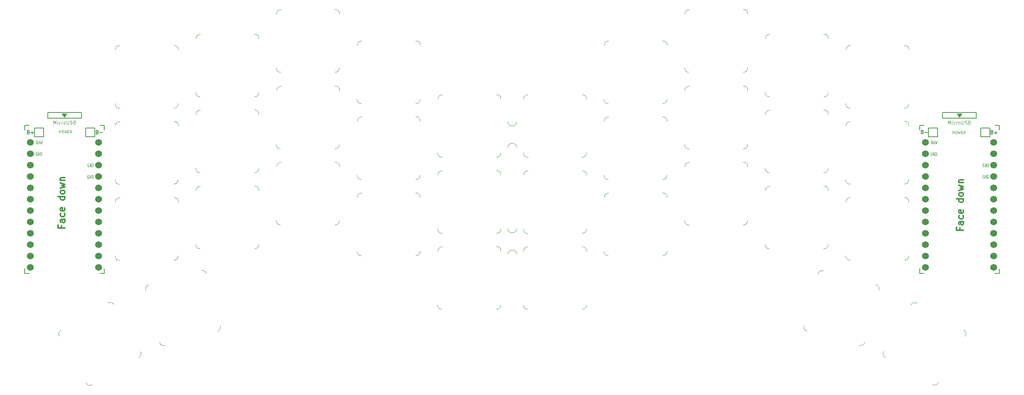
<source format=gto>
%TF.GenerationSoftware,KiCad,Pcbnew,(6.0.7-1)-1*%
%TF.CreationDate,2022-10-21T08:25:24+02:00*%
%TF.ProjectId,sweepbling-lp__pcb,73776565-7062-46c6-996e-672d6c705f5f,rev?*%
%TF.SameCoordinates,Original*%
%TF.FileFunction,Legend,Top*%
%TF.FilePolarity,Positive*%
%FSLAX46Y46*%
G04 Gerber Fmt 4.6, Leading zero omitted, Abs format (unit mm)*
G04 Created by KiCad (PCBNEW (6.0.7-1)-1) date 2022-10-21 08:25:24*
%MOMM*%
%LPD*%
G01*
G04 APERTURE LIST*
%ADD10C,0.300000*%
%ADD11C,0.150000*%
%ADD12C,0.120000*%
%ADD13C,0.125000*%
%ADD14C,0.100000*%
%ADD15C,1.524000*%
%ADD16C,1.397000*%
%ADD17C,3.050000*%
%ADD18C,1.800000*%
%ADD19C,1.300000*%
%ADD20C,3.400000*%
%ADD21C,0.500000*%
%ADD22C,2.200000*%
%ADD23C,1.000000*%
G04 APERTURE END LIST*
D10*
X230270857Y-72198857D02*
X230270857Y-72698857D01*
X231056571Y-72698857D02*
X229556571Y-72698857D01*
X229556571Y-71984571D01*
X231056571Y-70770285D02*
X230270857Y-70770285D01*
X230128000Y-70841714D01*
X230056571Y-70984571D01*
X230056571Y-71270285D01*
X230128000Y-71413142D01*
X230985142Y-70770285D02*
X231056571Y-70913142D01*
X231056571Y-71270285D01*
X230985142Y-71413142D01*
X230842285Y-71484571D01*
X230699428Y-71484571D01*
X230556571Y-71413142D01*
X230485142Y-71270285D01*
X230485142Y-70913142D01*
X230413714Y-70770285D01*
X230985142Y-69413142D02*
X231056571Y-69556000D01*
X231056571Y-69841714D01*
X230985142Y-69984571D01*
X230913714Y-70056000D01*
X230770857Y-70127428D01*
X230342285Y-70127428D01*
X230199428Y-70056000D01*
X230128000Y-69984571D01*
X230056571Y-69841714D01*
X230056571Y-69556000D01*
X230128000Y-69413142D01*
X230985142Y-68198857D02*
X231056571Y-68341714D01*
X231056571Y-68627428D01*
X230985142Y-68770285D01*
X230842285Y-68841714D01*
X230270857Y-68841714D01*
X230128000Y-68770285D01*
X230056571Y-68627428D01*
X230056571Y-68341714D01*
X230128000Y-68198857D01*
X230270857Y-68127428D01*
X230413714Y-68127428D01*
X230556571Y-68841714D01*
X231056571Y-65698857D02*
X229556571Y-65698857D01*
X230985142Y-65698857D02*
X231056571Y-65841714D01*
X231056571Y-66127428D01*
X230985142Y-66270285D01*
X230913714Y-66341714D01*
X230770857Y-66413142D01*
X230342285Y-66413142D01*
X230199428Y-66341714D01*
X230128000Y-66270285D01*
X230056571Y-66127428D01*
X230056571Y-65841714D01*
X230128000Y-65698857D01*
X231056571Y-64770285D02*
X230985142Y-64913142D01*
X230913714Y-64984571D01*
X230770857Y-65056000D01*
X230342285Y-65056000D01*
X230199428Y-64984571D01*
X230128000Y-64913142D01*
X230056571Y-64770285D01*
X230056571Y-64556000D01*
X230128000Y-64413142D01*
X230199428Y-64341714D01*
X230342285Y-64270285D01*
X230770857Y-64270285D01*
X230913714Y-64341714D01*
X230985142Y-64413142D01*
X231056571Y-64556000D01*
X231056571Y-64770285D01*
X230056571Y-63770285D02*
X231056571Y-63484571D01*
X230342285Y-63198857D01*
X231056571Y-62913142D01*
X230056571Y-62627428D01*
X230056571Y-62056000D02*
X231056571Y-62056000D01*
X230199428Y-62056000D02*
X230128000Y-61984571D01*
X230056571Y-61841714D01*
X230056571Y-61627428D01*
X230128000Y-61484571D01*
X230270857Y-61413142D01*
X231056571Y-61413142D01*
X29610857Y-71690857D02*
X29610857Y-72190857D01*
X30396571Y-72190857D02*
X28896571Y-72190857D01*
X28896571Y-71476571D01*
X30396571Y-70262285D02*
X29610857Y-70262285D01*
X29468000Y-70333714D01*
X29396571Y-70476571D01*
X29396571Y-70762285D01*
X29468000Y-70905142D01*
X30325142Y-70262285D02*
X30396571Y-70405142D01*
X30396571Y-70762285D01*
X30325142Y-70905142D01*
X30182285Y-70976571D01*
X30039428Y-70976571D01*
X29896571Y-70905142D01*
X29825142Y-70762285D01*
X29825142Y-70405142D01*
X29753714Y-70262285D01*
X30325142Y-68905142D02*
X30396571Y-69048000D01*
X30396571Y-69333714D01*
X30325142Y-69476571D01*
X30253714Y-69548000D01*
X30110857Y-69619428D01*
X29682285Y-69619428D01*
X29539428Y-69548000D01*
X29468000Y-69476571D01*
X29396571Y-69333714D01*
X29396571Y-69048000D01*
X29468000Y-68905142D01*
X30325142Y-67690857D02*
X30396571Y-67833714D01*
X30396571Y-68119428D01*
X30325142Y-68262285D01*
X30182285Y-68333714D01*
X29610857Y-68333714D01*
X29468000Y-68262285D01*
X29396571Y-68119428D01*
X29396571Y-67833714D01*
X29468000Y-67690857D01*
X29610857Y-67619428D01*
X29753714Y-67619428D01*
X29896571Y-68333714D01*
X30396571Y-65190857D02*
X28896571Y-65190857D01*
X30325142Y-65190857D02*
X30396571Y-65333714D01*
X30396571Y-65619428D01*
X30325142Y-65762285D01*
X30253714Y-65833714D01*
X30110857Y-65905142D01*
X29682285Y-65905142D01*
X29539428Y-65833714D01*
X29468000Y-65762285D01*
X29396571Y-65619428D01*
X29396571Y-65333714D01*
X29468000Y-65190857D01*
X30396571Y-64262285D02*
X30325142Y-64405142D01*
X30253714Y-64476571D01*
X30110857Y-64548000D01*
X29682285Y-64548000D01*
X29539428Y-64476571D01*
X29468000Y-64405142D01*
X29396571Y-64262285D01*
X29396571Y-64048000D01*
X29468000Y-63905142D01*
X29539428Y-63833714D01*
X29682285Y-63762285D01*
X30110857Y-63762285D01*
X30253714Y-63833714D01*
X30325142Y-63905142D01*
X30396571Y-64048000D01*
X30396571Y-64262285D01*
X29396571Y-63262285D02*
X30396571Y-62976571D01*
X29682285Y-62690857D01*
X30396571Y-62405142D01*
X29396571Y-62119428D01*
X29396571Y-61548000D02*
X30396571Y-61548000D01*
X29539428Y-61548000D02*
X29468000Y-61476571D01*
X29396571Y-61333714D01*
X29396571Y-61119428D01*
X29468000Y-60976571D01*
X29610857Y-60905142D01*
X30396571Y-60905142D01*
D11*
X22269504Y-50742857D02*
X22383790Y-50780952D01*
X22421885Y-50819047D01*
X22459980Y-50895238D01*
X22459980Y-51009523D01*
X22421885Y-51085714D01*
X22383790Y-51123809D01*
X22307600Y-51161904D01*
X22002838Y-51161904D01*
X22002838Y-50361904D01*
X22269504Y-50361904D01*
X22345695Y-50400000D01*
X22383790Y-50438095D01*
X22421885Y-50514285D01*
X22421885Y-50590476D01*
X22383790Y-50666666D01*
X22345695Y-50704761D01*
X22269504Y-50742857D01*
X22002838Y-50742857D01*
X22802838Y-50857142D02*
X23412361Y-50857142D01*
X23107600Y-51161904D02*
X23107600Y-50552380D01*
X37661904Y-50742857D02*
X37776190Y-50780952D01*
X37814285Y-50819047D01*
X37852380Y-50895238D01*
X37852380Y-51009523D01*
X37814285Y-51085714D01*
X37776190Y-51123809D01*
X37700000Y-51161904D01*
X37395238Y-51161904D01*
X37395238Y-50361904D01*
X37661904Y-50361904D01*
X37738095Y-50400000D01*
X37776190Y-50438095D01*
X37814285Y-50514285D01*
X37814285Y-50590476D01*
X37776190Y-50666666D01*
X37738095Y-50704761D01*
X37661904Y-50742857D01*
X37395238Y-50742857D01*
X38195238Y-50857142D02*
X38804761Y-50857142D01*
X221913504Y-50692057D02*
X222027790Y-50730152D01*
X222065885Y-50768247D01*
X222103980Y-50844438D01*
X222103980Y-50958723D01*
X222065885Y-51034914D01*
X222027790Y-51073009D01*
X221951600Y-51111104D01*
X221646838Y-51111104D01*
X221646838Y-50311104D01*
X221913504Y-50311104D01*
X221989695Y-50349200D01*
X222027790Y-50387295D01*
X222065885Y-50463485D01*
X222065885Y-50539676D01*
X222027790Y-50615866D01*
X221989695Y-50653961D01*
X221913504Y-50692057D01*
X221646838Y-50692057D01*
X222446838Y-50806342D02*
X223056361Y-50806342D01*
X237458304Y-50742857D02*
X237572590Y-50780952D01*
X237610685Y-50819047D01*
X237648780Y-50895238D01*
X237648780Y-51009523D01*
X237610685Y-51085714D01*
X237572590Y-51123809D01*
X237496400Y-51161904D01*
X237191638Y-51161904D01*
X237191638Y-50361904D01*
X237458304Y-50361904D01*
X237534495Y-50400000D01*
X237572590Y-50438095D01*
X237610685Y-50514285D01*
X237610685Y-50590476D01*
X237572590Y-50666666D01*
X237534495Y-50704761D01*
X237458304Y-50742857D01*
X237191638Y-50742857D01*
X237991638Y-50857142D02*
X238601161Y-50857142D01*
X238296400Y-51161904D02*
X238296400Y-50552380D01*
D12*
X29094285Y-50969828D02*
X29094285Y-50369828D01*
X29322857Y-50369828D01*
X29380000Y-50398400D01*
X29408571Y-50426971D01*
X29437142Y-50484114D01*
X29437142Y-50569828D01*
X29408571Y-50626971D01*
X29380000Y-50655542D01*
X29322857Y-50684114D01*
X29094285Y-50684114D01*
X29808571Y-50369828D02*
X29922857Y-50369828D01*
X29980000Y-50398400D01*
X30037142Y-50455542D01*
X30065714Y-50569828D01*
X30065714Y-50769828D01*
X30037142Y-50884114D01*
X29980000Y-50941257D01*
X29922857Y-50969828D01*
X29808571Y-50969828D01*
X29751428Y-50941257D01*
X29694285Y-50884114D01*
X29665714Y-50769828D01*
X29665714Y-50569828D01*
X29694285Y-50455542D01*
X29751428Y-50398400D01*
X29808571Y-50369828D01*
X30265714Y-50369828D02*
X30408571Y-50969828D01*
X30522857Y-50541257D01*
X30637142Y-50969828D01*
X30780000Y-50369828D01*
X31008571Y-50655542D02*
X31208571Y-50655542D01*
X31294285Y-50969828D02*
X31008571Y-50969828D01*
X31008571Y-50369828D01*
X31294285Y-50369828D01*
X31894285Y-50969828D02*
X31694285Y-50684114D01*
X31551428Y-50969828D02*
X31551428Y-50369828D01*
X31780000Y-50369828D01*
X31837142Y-50398400D01*
X31865714Y-50426971D01*
X31894285Y-50484114D01*
X31894285Y-50569828D01*
X31865714Y-50626971D01*
X31837142Y-50655542D01*
X31780000Y-50684114D01*
X31551428Y-50684114D01*
X228636685Y-51122228D02*
X228636685Y-50522228D01*
X228865257Y-50522228D01*
X228922400Y-50550800D01*
X228950971Y-50579371D01*
X228979542Y-50636514D01*
X228979542Y-50722228D01*
X228950971Y-50779371D01*
X228922400Y-50807942D01*
X228865257Y-50836514D01*
X228636685Y-50836514D01*
X229350971Y-50522228D02*
X229465257Y-50522228D01*
X229522400Y-50550800D01*
X229579542Y-50607942D01*
X229608114Y-50722228D01*
X229608114Y-50922228D01*
X229579542Y-51036514D01*
X229522400Y-51093657D01*
X229465257Y-51122228D01*
X229350971Y-51122228D01*
X229293828Y-51093657D01*
X229236685Y-51036514D01*
X229208114Y-50922228D01*
X229208114Y-50722228D01*
X229236685Y-50607942D01*
X229293828Y-50550800D01*
X229350971Y-50522228D01*
X229808114Y-50522228D02*
X229950971Y-51122228D01*
X230065257Y-50693657D01*
X230179542Y-51122228D01*
X230322400Y-50522228D01*
X230550971Y-50807942D02*
X230750971Y-50807942D01*
X230836685Y-51122228D02*
X230550971Y-51122228D01*
X230550971Y-50522228D01*
X230836685Y-50522228D01*
X231436685Y-51122228D02*
X231236685Y-50836514D01*
X231093828Y-51122228D02*
X231093828Y-50522228D01*
X231322400Y-50522228D01*
X231379542Y-50550800D01*
X231408114Y-50579371D01*
X231436685Y-50636514D01*
X231436685Y-50722228D01*
X231408114Y-50779371D01*
X231379542Y-50807942D01*
X231322400Y-50836514D01*
X231093828Y-50836514D01*
%TO.C,U1*%
X227681571Y-48953285D02*
X227681571Y-48203285D01*
X227931571Y-48739000D01*
X228181571Y-48203285D01*
X228181571Y-48953285D01*
X228538714Y-48953285D02*
X228538714Y-48453285D01*
X228538714Y-48203285D02*
X228503000Y-48239000D01*
X228538714Y-48274714D01*
X228574428Y-48239000D01*
X228538714Y-48203285D01*
X228538714Y-48274714D01*
X229217285Y-48917571D02*
X229145857Y-48953285D01*
X229003000Y-48953285D01*
X228931571Y-48917571D01*
X228895857Y-48881857D01*
X228860142Y-48810428D01*
X228860142Y-48596142D01*
X228895857Y-48524714D01*
X228931571Y-48489000D01*
X229003000Y-48453285D01*
X229145857Y-48453285D01*
X229217285Y-48489000D01*
X229538714Y-48953285D02*
X229538714Y-48453285D01*
X229538714Y-48596142D02*
X229574428Y-48524714D01*
X229610142Y-48489000D01*
X229681571Y-48453285D01*
X229753000Y-48453285D01*
X230110142Y-48953285D02*
X230038714Y-48917571D01*
X230003000Y-48881857D01*
X229967285Y-48810428D01*
X229967285Y-48596142D01*
X230003000Y-48524714D01*
X230038714Y-48489000D01*
X230110142Y-48453285D01*
X230217285Y-48453285D01*
X230288714Y-48489000D01*
X230324428Y-48524714D01*
X230360142Y-48596142D01*
X230360142Y-48810428D01*
X230324428Y-48881857D01*
X230288714Y-48917571D01*
X230217285Y-48953285D01*
X230110142Y-48953285D01*
X230681571Y-48203285D02*
X230681571Y-48810428D01*
X230717285Y-48881857D01*
X230753000Y-48917571D01*
X230824428Y-48953285D01*
X230967285Y-48953285D01*
X231038714Y-48917571D01*
X231074428Y-48881857D01*
X231110142Y-48810428D01*
X231110142Y-48203285D01*
X231431571Y-48917571D02*
X231538714Y-48953285D01*
X231717285Y-48953285D01*
X231788714Y-48917571D01*
X231824428Y-48881857D01*
X231860142Y-48810428D01*
X231860142Y-48739000D01*
X231824428Y-48667571D01*
X231788714Y-48631857D01*
X231717285Y-48596142D01*
X231574428Y-48560428D01*
X231503000Y-48524714D01*
X231467285Y-48489000D01*
X231431571Y-48417571D01*
X231431571Y-48346142D01*
X231467285Y-48274714D01*
X231503000Y-48239000D01*
X231574428Y-48203285D01*
X231753000Y-48203285D01*
X231860142Y-48239000D01*
X232431571Y-48560428D02*
X232538714Y-48596142D01*
X232574428Y-48631857D01*
X232610142Y-48703285D01*
X232610142Y-48810428D01*
X232574428Y-48881857D01*
X232538714Y-48917571D01*
X232467285Y-48953285D01*
X232181571Y-48953285D01*
X232181571Y-48203285D01*
X232431571Y-48203285D01*
X232503000Y-48239000D01*
X232538714Y-48274714D01*
X232574428Y-48346142D01*
X232574428Y-48417571D01*
X232538714Y-48489000D01*
X232503000Y-48524714D01*
X232431571Y-48560428D01*
X232181571Y-48560428D01*
D13*
X235677047Y-57809000D02*
X235629428Y-57773285D01*
X235558000Y-57773285D01*
X235486571Y-57809000D01*
X235438952Y-57880428D01*
X235415142Y-57951857D01*
X235391333Y-58094714D01*
X235391333Y-58201857D01*
X235415142Y-58344714D01*
X235438952Y-58416142D01*
X235486571Y-58487571D01*
X235558000Y-58523285D01*
X235605619Y-58523285D01*
X235677047Y-58487571D01*
X235700857Y-58451857D01*
X235700857Y-58201857D01*
X235605619Y-58201857D01*
X235915142Y-58523285D02*
X235915142Y-57773285D01*
X236200857Y-58523285D01*
X236200857Y-57773285D01*
X236438952Y-58523285D02*
X236438952Y-57773285D01*
X236558000Y-57773285D01*
X236629428Y-57809000D01*
X236677047Y-57880428D01*
X236700857Y-57951857D01*
X236724666Y-58094714D01*
X236724666Y-58201857D01*
X236700857Y-58344714D01*
X236677047Y-58416142D01*
X236629428Y-58487571D01*
X236558000Y-58523285D01*
X236438952Y-58523285D01*
D11*
D13*
X224027047Y-55279000D02*
X223979428Y-55243285D01*
X223908000Y-55243285D01*
X223836571Y-55279000D01*
X223788952Y-55350428D01*
X223765142Y-55421857D01*
X223741333Y-55564714D01*
X223741333Y-55671857D01*
X223765142Y-55814714D01*
X223788952Y-55886142D01*
X223836571Y-55957571D01*
X223908000Y-55993285D01*
X223955619Y-55993285D01*
X224027047Y-55957571D01*
X224050857Y-55921857D01*
X224050857Y-55671857D01*
X223955619Y-55671857D01*
X224265142Y-55993285D02*
X224265142Y-55243285D01*
X224550857Y-55993285D01*
X224550857Y-55243285D01*
X224788952Y-55993285D02*
X224788952Y-55243285D01*
X224908000Y-55243285D01*
X224979428Y-55279000D01*
X225027047Y-55350428D01*
X225050857Y-55421857D01*
X225074666Y-55564714D01*
X225074666Y-55671857D01*
X225050857Y-55814714D01*
X225027047Y-55886142D01*
X224979428Y-55957571D01*
X224908000Y-55993285D01*
X224788952Y-55993285D01*
X235657047Y-60389000D02*
X235609428Y-60353285D01*
X235538000Y-60353285D01*
X235466571Y-60389000D01*
X235418952Y-60460428D01*
X235395142Y-60531857D01*
X235371333Y-60674714D01*
X235371333Y-60781857D01*
X235395142Y-60924714D01*
X235418952Y-60996142D01*
X235466571Y-61067571D01*
X235538000Y-61103285D01*
X235585619Y-61103285D01*
X235657047Y-61067571D01*
X235680857Y-61031857D01*
X235680857Y-60781857D01*
X235585619Y-60781857D01*
X235895142Y-61103285D02*
X235895142Y-60353285D01*
X236180857Y-61103285D01*
X236180857Y-60353285D01*
X236418952Y-61103285D02*
X236418952Y-60353285D01*
X236538000Y-60353285D01*
X236609428Y-60389000D01*
X236657047Y-60460428D01*
X236680857Y-60531857D01*
X236704666Y-60674714D01*
X236704666Y-60781857D01*
X236680857Y-60924714D01*
X236657047Y-60996142D01*
X236609428Y-61067571D01*
X236538000Y-61103285D01*
X236418952Y-61103285D01*
X224162761Y-53383285D02*
X223996095Y-53026142D01*
X223877047Y-53383285D02*
X223877047Y-52633285D01*
X224067523Y-52633285D01*
X224115142Y-52669000D01*
X224138952Y-52704714D01*
X224162761Y-52776142D01*
X224162761Y-52883285D01*
X224138952Y-52954714D01*
X224115142Y-52990428D01*
X224067523Y-53026142D01*
X223877047Y-53026142D01*
X224353238Y-53169000D02*
X224591333Y-53169000D01*
X224305619Y-53383285D02*
X224472285Y-52633285D01*
X224638952Y-53383285D01*
X224758000Y-52633285D02*
X224877047Y-53383285D01*
X224972285Y-52847571D01*
X225067523Y-53383285D01*
X225186571Y-52633285D01*
%TO.C,U2*%
X24175047Y-55279000D02*
X24127428Y-55243285D01*
X24056000Y-55243285D01*
X23984571Y-55279000D01*
X23936952Y-55350428D01*
X23913142Y-55421857D01*
X23889333Y-55564714D01*
X23889333Y-55671857D01*
X23913142Y-55814714D01*
X23936952Y-55886142D01*
X23984571Y-55957571D01*
X24056000Y-55993285D01*
X24103619Y-55993285D01*
X24175047Y-55957571D01*
X24198857Y-55921857D01*
X24198857Y-55671857D01*
X24103619Y-55671857D01*
X24413142Y-55993285D02*
X24413142Y-55243285D01*
X24698857Y-55993285D01*
X24698857Y-55243285D01*
X24936952Y-55993285D02*
X24936952Y-55243285D01*
X25056000Y-55243285D01*
X25127428Y-55279000D01*
X25175047Y-55350428D01*
X25198857Y-55421857D01*
X25222666Y-55564714D01*
X25222666Y-55671857D01*
X25198857Y-55814714D01*
X25175047Y-55886142D01*
X25127428Y-55957571D01*
X25056000Y-55993285D01*
X24936952Y-55993285D01*
D12*
X27829571Y-48953285D02*
X27829571Y-48203285D01*
X28079571Y-48739000D01*
X28329571Y-48203285D01*
X28329571Y-48953285D01*
X28686714Y-48953285D02*
X28686714Y-48453285D01*
X28686714Y-48203285D02*
X28651000Y-48239000D01*
X28686714Y-48274714D01*
X28722428Y-48239000D01*
X28686714Y-48203285D01*
X28686714Y-48274714D01*
X29365285Y-48917571D02*
X29293857Y-48953285D01*
X29151000Y-48953285D01*
X29079571Y-48917571D01*
X29043857Y-48881857D01*
X29008142Y-48810428D01*
X29008142Y-48596142D01*
X29043857Y-48524714D01*
X29079571Y-48489000D01*
X29151000Y-48453285D01*
X29293857Y-48453285D01*
X29365285Y-48489000D01*
X29686714Y-48953285D02*
X29686714Y-48453285D01*
X29686714Y-48596142D02*
X29722428Y-48524714D01*
X29758142Y-48489000D01*
X29829571Y-48453285D01*
X29901000Y-48453285D01*
X30258142Y-48953285D02*
X30186714Y-48917571D01*
X30151000Y-48881857D01*
X30115285Y-48810428D01*
X30115285Y-48596142D01*
X30151000Y-48524714D01*
X30186714Y-48489000D01*
X30258142Y-48453285D01*
X30365285Y-48453285D01*
X30436714Y-48489000D01*
X30472428Y-48524714D01*
X30508142Y-48596142D01*
X30508142Y-48810428D01*
X30472428Y-48881857D01*
X30436714Y-48917571D01*
X30365285Y-48953285D01*
X30258142Y-48953285D01*
X30829571Y-48203285D02*
X30829571Y-48810428D01*
X30865285Y-48881857D01*
X30901000Y-48917571D01*
X30972428Y-48953285D01*
X31115285Y-48953285D01*
X31186714Y-48917571D01*
X31222428Y-48881857D01*
X31258142Y-48810428D01*
X31258142Y-48203285D01*
X31579571Y-48917571D02*
X31686714Y-48953285D01*
X31865285Y-48953285D01*
X31936714Y-48917571D01*
X31972428Y-48881857D01*
X32008142Y-48810428D01*
X32008142Y-48739000D01*
X31972428Y-48667571D01*
X31936714Y-48631857D01*
X31865285Y-48596142D01*
X31722428Y-48560428D01*
X31651000Y-48524714D01*
X31615285Y-48489000D01*
X31579571Y-48417571D01*
X31579571Y-48346142D01*
X31615285Y-48274714D01*
X31651000Y-48239000D01*
X31722428Y-48203285D01*
X31901000Y-48203285D01*
X32008142Y-48239000D01*
X32579571Y-48560428D02*
X32686714Y-48596142D01*
X32722428Y-48631857D01*
X32758142Y-48703285D01*
X32758142Y-48810428D01*
X32722428Y-48881857D01*
X32686714Y-48917571D01*
X32615285Y-48953285D01*
X32329571Y-48953285D01*
X32329571Y-48203285D01*
X32579571Y-48203285D01*
X32651000Y-48239000D01*
X32686714Y-48274714D01*
X32722428Y-48346142D01*
X32722428Y-48417571D01*
X32686714Y-48489000D01*
X32651000Y-48524714D01*
X32579571Y-48560428D01*
X32329571Y-48560428D01*
D13*
X35707047Y-57809000D02*
X35659428Y-57773285D01*
X35588000Y-57773285D01*
X35516571Y-57809000D01*
X35468952Y-57880428D01*
X35445142Y-57951857D01*
X35421333Y-58094714D01*
X35421333Y-58201857D01*
X35445142Y-58344714D01*
X35468952Y-58416142D01*
X35516571Y-58487571D01*
X35588000Y-58523285D01*
X35635619Y-58523285D01*
X35707047Y-58487571D01*
X35730857Y-58451857D01*
X35730857Y-58201857D01*
X35635619Y-58201857D01*
X35945142Y-58523285D02*
X35945142Y-57773285D01*
X36230857Y-58523285D01*
X36230857Y-57773285D01*
X36468952Y-58523285D02*
X36468952Y-57773285D01*
X36588000Y-57773285D01*
X36659428Y-57809000D01*
X36707047Y-57880428D01*
X36730857Y-57951857D01*
X36754666Y-58094714D01*
X36754666Y-58201857D01*
X36730857Y-58344714D01*
X36707047Y-58416142D01*
X36659428Y-58487571D01*
X36588000Y-58523285D01*
X36468952Y-58523285D01*
X24310761Y-53383285D02*
X24144095Y-53026142D01*
X24025047Y-53383285D02*
X24025047Y-52633285D01*
X24215523Y-52633285D01*
X24263142Y-52669000D01*
X24286952Y-52704714D01*
X24310761Y-52776142D01*
X24310761Y-52883285D01*
X24286952Y-52954714D01*
X24263142Y-52990428D01*
X24215523Y-53026142D01*
X24025047Y-53026142D01*
X24501238Y-53169000D02*
X24739333Y-53169000D01*
X24453619Y-53383285D02*
X24620285Y-52633285D01*
X24786952Y-53383285D01*
X24906000Y-52633285D02*
X25025047Y-53383285D01*
X25120285Y-52847571D01*
X25215523Y-53383285D01*
X25334571Y-52633285D01*
X35687047Y-60389000D02*
X35639428Y-60353285D01*
X35568000Y-60353285D01*
X35496571Y-60389000D01*
X35448952Y-60460428D01*
X35425142Y-60531857D01*
X35401333Y-60674714D01*
X35401333Y-60781857D01*
X35425142Y-60924714D01*
X35448952Y-60996142D01*
X35496571Y-61067571D01*
X35568000Y-61103285D01*
X35615619Y-61103285D01*
X35687047Y-61067571D01*
X35710857Y-61031857D01*
X35710857Y-60781857D01*
X35615619Y-60781857D01*
X35925142Y-61103285D02*
X35925142Y-60353285D01*
X36210857Y-61103285D01*
X36210857Y-60353285D01*
X36448952Y-61103285D02*
X36448952Y-60353285D01*
X36568000Y-60353285D01*
X36639428Y-60389000D01*
X36687047Y-60460428D01*
X36710857Y-60531857D01*
X36734666Y-60674714D01*
X36734666Y-60781857D01*
X36710857Y-60924714D01*
X36687047Y-60996142D01*
X36639428Y-61067571D01*
X36568000Y-61103285D01*
X36448952Y-61103285D01*
D11*
%TO.C,U1*%
X221278000Y-81264000D02*
X221278000Y-82314000D01*
X239078000Y-81314000D02*
X239078000Y-82314000D01*
X230028000Y-47164000D02*
X230328000Y-47164000D01*
X230678000Y-46714000D02*
X230178000Y-47364000D01*
X229828000Y-46864000D02*
X230528000Y-46864000D01*
X229678000Y-46714000D02*
X230678000Y-46714000D01*
X233928000Y-47664000D02*
X233928000Y-46364000D01*
X239078000Y-49264000D02*
X238128000Y-49264000D01*
X221278000Y-49264000D02*
X222278000Y-49264000D01*
X230178000Y-47364000D02*
X229678000Y-46714000D01*
X226428000Y-47664000D02*
X233928000Y-47664000D01*
X226428000Y-46364000D02*
X226428000Y-47664000D01*
X233928000Y-46364000D02*
X226428000Y-46364000D01*
X239078000Y-82314000D02*
X238068000Y-82314000D01*
X221278000Y-82314000D02*
X222278000Y-82314000D01*
X229928000Y-47014000D02*
X230428000Y-47014000D01*
X221278000Y-49264000D02*
X221278000Y-50264000D01*
X239078000Y-49264000D02*
X239078000Y-50264000D01*
D12*
%TO.C,SW13*%
X168778650Y-70516000D02*
G75*
G03*
X169778650Y-71516000I919580J-80420D01*
G01*
X169856000Y-57516000D02*
G75*
G03*
X168856000Y-58516000I-80450J-919550D01*
G01*
X181856000Y-71516000D02*
G75*
G03*
X182856000Y-70516000I80451J919549D01*
G01*
X182856000Y-58516000D02*
G75*
G03*
X181856000Y-57516000I-788675J211325D01*
G01*
%TO.C,SW17*%
X231448178Y-96385848D02*
G75*
G03*
X231082152Y-95019822I-577348J577351D01*
G01*
X224082152Y-107144178D02*
G75*
G03*
X225448178Y-106778152I529448J756126D01*
G01*
X220689848Y-89019822D02*
G75*
G03*
X219323822Y-89385848I-529447J-756129D01*
G01*
X213256835Y-99739477D02*
G75*
G03*
X213622861Y-101105503I756170J-529436D01*
G01*
%TO.C,SW12*%
X151856000Y-64374000D02*
G75*
G03*
X150856000Y-65374000I-80450J-919550D01*
G01*
X150778650Y-77374000D02*
G75*
G03*
X151778650Y-78374000I919580J-80420D01*
G01*
X163856000Y-78374000D02*
G75*
G03*
X164856000Y-77374000I80451J919549D01*
G01*
X164856000Y-65374000D02*
G75*
G03*
X163856000Y-64374000I-788675J211325D01*
G01*
%TO.C,SW16*%
X199842178Y-81767604D02*
G75*
G03*
X198617433Y-82474712I-315705J-867396D01*
G01*
X195436891Y-94045802D02*
G75*
G03*
X196143997Y-95270547I867431J-315685D01*
G01*
X207809822Y-98396395D02*
G75*
G03*
X209034567Y-97689288I315706J867394D01*
G01*
X212140395Y-86098178D02*
G75*
G03*
X211433288Y-84873433I-707107J408248D01*
G01*
%TO.C,SW14*%
X200856000Y-63850000D02*
G75*
G03*
X199856000Y-62850000I-788675J211325D01*
G01*
X186778650Y-75850000D02*
G75*
G03*
X187778650Y-76850000I919580J-80420D01*
G01*
X199856000Y-76850000D02*
G75*
G03*
X200856000Y-75850000I80451J919549D01*
G01*
X187856000Y-62850000D02*
G75*
G03*
X186856000Y-63850000I-80450J-919550D01*
G01*
%TO.C,SW15*%
X205836000Y-65390000D02*
G75*
G03*
X204836000Y-66390000I-80450J-919550D01*
G01*
X217836000Y-79390000D02*
G75*
G03*
X218836000Y-78390000I80451J919549D01*
G01*
X204758650Y-78390000D02*
G75*
G03*
X205758650Y-79390000I919580J-80420D01*
G01*
X218836000Y-66390000D02*
G75*
G03*
X217836000Y-65390000I-788675J211325D01*
G01*
%TO.C,SW3*%
X182856000Y-24382000D02*
G75*
G03*
X181856000Y-23382000I-788675J211325D01*
G01*
X168778650Y-36382000D02*
G75*
G03*
X169778650Y-37382000I919580J-80420D01*
G01*
X169856000Y-23382000D02*
G75*
G03*
X168856000Y-24382000I-80450J-919550D01*
G01*
X181856000Y-37382000D02*
G75*
G03*
X182856000Y-36382000I80451J919549D01*
G01*
%TO.C,SW2*%
X151856000Y-30382000D02*
G75*
G03*
X150856000Y-31382000I-80450J-919550D01*
G01*
X163856000Y-44382000D02*
G75*
G03*
X164856000Y-43382000I80451J919549D01*
G01*
X150778650Y-43382000D02*
G75*
G03*
X151778650Y-44382000I919580J-80420D01*
G01*
X164856000Y-31382000D02*
G75*
G03*
X163856000Y-30382000I-788675J211325D01*
G01*
%TO.C,SW7*%
X150778650Y-60356000D02*
G75*
G03*
X151778650Y-61356000I919580J-80420D01*
G01*
X151856000Y-47356000D02*
G75*
G03*
X150856000Y-48356000I-80450J-919550D01*
G01*
X163856000Y-61356000D02*
G75*
G03*
X164856000Y-60356000I80451J919549D01*
G01*
X164856000Y-48356000D02*
G75*
G03*
X163856000Y-47356000I-788675J211325D01*
G01*
%TO.C,SW11*%
X146933350Y-77382000D02*
G75*
G03*
X145933350Y-76382000I-919580J80420D01*
G01*
X133856000Y-76382000D02*
G75*
G03*
X132856000Y-77382000I-80451J-919549D01*
G01*
X132856000Y-89382000D02*
G75*
G03*
X133856000Y-90382000I788675J-211325D01*
G01*
X145856000Y-90382000D02*
G75*
G03*
X146856000Y-89382000I80450J919550D01*
G01*
%TO.C,SW10*%
X204758650Y-61372000D02*
G75*
G03*
X205758650Y-62372000I919580J-80420D01*
G01*
X217836000Y-62372000D02*
G75*
G03*
X218836000Y-61372000I80451J919549D01*
G01*
X218836000Y-49372000D02*
G75*
G03*
X217836000Y-48372000I-788675J211325D01*
G01*
X205836000Y-48372000D02*
G75*
G03*
X204836000Y-49372000I-80450J-919550D01*
G01*
%TO.C,SW9*%
X199856000Y-59832000D02*
G75*
G03*
X200856000Y-58832000I80451J919549D01*
G01*
X200856000Y-46832000D02*
G75*
G03*
X199856000Y-45832000I-788675J211325D01*
G01*
X186778650Y-58832000D02*
G75*
G03*
X187778650Y-59832000I919580J-80420D01*
G01*
X187856000Y-45832000D02*
G75*
G03*
X186856000Y-46832000I-80450J-919550D01*
G01*
%TO.C,SW6*%
X132856000Y-72382000D02*
G75*
G03*
X133856000Y-73382000I788675J-211325D01*
G01*
X133856000Y-59382000D02*
G75*
G03*
X132856000Y-60382000I-80451J-919549D01*
G01*
X146933350Y-60382000D02*
G75*
G03*
X145933350Y-59382000I-919580J80420D01*
G01*
X145856000Y-73382000D02*
G75*
G03*
X146856000Y-72382000I80450J919550D01*
G01*
%TO.C,SW5*%
X205856000Y-31382000D02*
G75*
G03*
X204856000Y-32382000I-80450J-919550D01*
G01*
X218856000Y-32382000D02*
G75*
G03*
X217856000Y-31382000I-788675J211325D01*
G01*
X217856000Y-45382000D02*
G75*
G03*
X218856000Y-44382000I80451J919549D01*
G01*
X204778650Y-44382000D02*
G75*
G03*
X205778650Y-45382000I919580J-80420D01*
G01*
%TO.C,SW4*%
X199856000Y-42882000D02*
G75*
G03*
X200856000Y-41882000I80451J919549D01*
G01*
X200856000Y-29882000D02*
G75*
G03*
X199856000Y-28882000I-788675J211325D01*
G01*
X186778650Y-41882000D02*
G75*
G03*
X187778650Y-42882000I919580J-80420D01*
G01*
X187856000Y-28882000D02*
G75*
G03*
X186856000Y-29882000I-80450J-919550D01*
G01*
%TO.C,SW1*%
X145856000Y-56382000D02*
G75*
G03*
X146856000Y-55382000I80450J919550D01*
G01*
X132856000Y-55382000D02*
G75*
G03*
X133856000Y-56382000I788675J-211325D01*
G01*
X133856000Y-42382000D02*
G75*
G03*
X132856000Y-43382000I-80451J-919549D01*
G01*
X146933350Y-43382000D02*
G75*
G03*
X145933350Y-42382000I-919580J80420D01*
G01*
D14*
%TO.C,mouse-bite-2mm-slot2*%
X129302000Y-48387000D02*
G75*
G03*
X131302000Y-48387000I1000000J0D01*
G01*
X131302000Y-54229000D02*
G75*
G03*
X129302000Y-54229000I-1000000J0D01*
G01*
%TO.C,mouse-bite-2mm-slot1*%
X131302000Y-78105000D02*
G75*
G03*
X129302000Y-78105000I-1000000J0D01*
G01*
X129302000Y-72263000D02*
G75*
G03*
X131302000Y-72263000I1000000J0D01*
G01*
D12*
%TO.C,SW8*%
X169856000Y-40498000D02*
G75*
G03*
X168856000Y-41498000I-80450J-919550D01*
G01*
X168778650Y-53498000D02*
G75*
G03*
X169778650Y-54498000I919580J-80420D01*
G01*
X181856000Y-54498000D02*
G75*
G03*
X182856000Y-53498000I80451J919549D01*
G01*
X182856000Y-41498000D02*
G75*
G03*
X181856000Y-40498000I-788675J211325D01*
G01*
D11*
%TO.C,Bat+1*%
X236966000Y-51800000D02*
X236966000Y-49800000D01*
X234966000Y-49800000D02*
X234966000Y-51800000D01*
X236966000Y-49800000D02*
X234966000Y-49800000D01*
X234966000Y-51800000D02*
X236966000Y-51800000D01*
%TO.C,BatGND1*%
X223282000Y-51800000D02*
X225282000Y-51800000D01*
X225282000Y-51800000D02*
X225282000Y-49800000D01*
X225282000Y-49800000D02*
X223282000Y-49800000D01*
X223282000Y-49800000D02*
X223282000Y-51800000D01*
%TO.C,U2*%
X29826000Y-46714000D02*
X30826000Y-46714000D01*
X30176000Y-47164000D02*
X30476000Y-47164000D01*
X21426000Y-49264000D02*
X21426000Y-50264000D01*
X30826000Y-46714000D02*
X30326000Y-47364000D01*
X21426000Y-49264000D02*
X22426000Y-49264000D01*
X39226000Y-49264000D02*
X39226000Y-50264000D01*
X39226000Y-49264000D02*
X38276000Y-49264000D01*
X39226000Y-82314000D02*
X38216000Y-82314000D01*
X30076000Y-47014000D02*
X30576000Y-47014000D01*
X39226000Y-81314000D02*
X39226000Y-82314000D01*
X21426000Y-81264000D02*
X21426000Y-82314000D01*
X21426000Y-82314000D02*
X22426000Y-82314000D01*
X34076000Y-47664000D02*
X34076000Y-46364000D01*
X26576000Y-46364000D02*
X26576000Y-47664000D01*
X26576000Y-47664000D02*
X34076000Y-47664000D01*
X29976000Y-46864000D02*
X30676000Y-46864000D01*
X34076000Y-46364000D02*
X26576000Y-46364000D01*
X30326000Y-47364000D02*
X29826000Y-46714000D01*
D12*
%TO.C,SW15_r1*%
X55763350Y-66390000D02*
G75*
G03*
X54763350Y-65390000I-919580J80420D01*
G01*
X41686000Y-78390000D02*
G75*
G03*
X42686000Y-79390000I788675J-211325D01*
G01*
X54686000Y-79390000D02*
G75*
G03*
X55686000Y-78390000I80450J919550D01*
G01*
X42686000Y-65390000D02*
G75*
G03*
X41686000Y-66390000I-80451J-919549D01*
G01*
%TO.C,SW9_r1*%
X72700000Y-59832000D02*
G75*
G03*
X73700000Y-58832000I80451J919549D01*
G01*
X59622650Y-58832000D02*
G75*
G03*
X60622650Y-59832000I919580J-80420D01*
G01*
X73700000Y-46832000D02*
G75*
G03*
X72700000Y-45832000I-788675J211325D01*
G01*
X60700000Y-45832000D02*
G75*
G03*
X59700000Y-46832000I-80450J-919550D01*
G01*
%TO.C,SW13_r1*%
X90688000Y-71516000D02*
G75*
G03*
X91688000Y-70516000I80451J919549D01*
G01*
X78688000Y-57516000D02*
G75*
G03*
X77688000Y-58516000I-80450J-919550D01*
G01*
X91688000Y-58516000D02*
G75*
G03*
X90688000Y-57516000I-788675J211325D01*
G01*
X77610650Y-70516000D02*
G75*
G03*
X78610650Y-71516000I919580J-80420D01*
G01*
%TO.C,SW12_r1*%
X95636650Y-77374000D02*
G75*
G03*
X96636650Y-78374000I919580J-80420D01*
G01*
X108714000Y-78374000D02*
G75*
G03*
X109714000Y-77374000I80451J919549D01*
G01*
X96714000Y-64374000D02*
G75*
G03*
X95714000Y-65374000I-80450J-919550D01*
G01*
X109714000Y-65374000D02*
G75*
G03*
X108714000Y-64374000I-788675J211325D01*
G01*
%TO.C,SW5_r1*%
X42686000Y-31382000D02*
G75*
G03*
X41686000Y-32382000I-80451J-919549D01*
G01*
X55763350Y-32382000D02*
G75*
G03*
X54763350Y-31382000I-919580J80420D01*
G01*
X41686000Y-44382000D02*
G75*
G03*
X42686000Y-45382000I788675J-211325D01*
G01*
X54686000Y-45382000D02*
G75*
G03*
X55686000Y-44382000I80450J919550D01*
G01*
%TO.C,SW4_r1*%
X73700000Y-29882000D02*
G75*
G03*
X72700000Y-28882000I-788675J211325D01*
G01*
X72700000Y-42882000D02*
G75*
G03*
X73700000Y-41882000I80451J919549D01*
G01*
X60700000Y-28882000D02*
G75*
G03*
X59700000Y-29882000I-80450J-919550D01*
G01*
X59622650Y-41882000D02*
G75*
G03*
X60622650Y-42882000I919580J-80420D01*
G01*
%TO.C,SW1_r1*%
X113654650Y-55382000D02*
G75*
G03*
X114654650Y-56382000I919580J-80420D01*
G01*
X114732000Y-42382000D02*
G75*
G03*
X113732000Y-43382000I-80450J-919550D01*
G01*
X126732000Y-56382000D02*
G75*
G03*
X127732000Y-55382000I80451J919549D01*
G01*
X127732000Y-43382000D02*
G75*
G03*
X126732000Y-42382000I-788675J211325D01*
G01*
%TO.C,SW14_r1*%
X59622650Y-75850000D02*
G75*
G03*
X60622650Y-76850000I919580J-80420D01*
G01*
X72700000Y-76850000D02*
G75*
G03*
X73700000Y-75850000I80451J919549D01*
G01*
X73700000Y-63850000D02*
G75*
G03*
X72700000Y-62850000I-788675J211325D01*
G01*
X60700000Y-62850000D02*
G75*
G03*
X59700000Y-63850000I-80450J-919550D01*
G01*
%TO.C,SW3_r1*%
X77610650Y-36382000D02*
G75*
G03*
X78610650Y-37382000I919580J-80420D01*
G01*
X91688000Y-24382000D02*
G75*
G03*
X90688000Y-23382000I-788675J211325D01*
G01*
X90688000Y-37382000D02*
G75*
G03*
X91688000Y-36382000I80451J919549D01*
G01*
X78688000Y-23382000D02*
G75*
G03*
X77688000Y-24382000I-80450J-919550D01*
G01*
%TO.C,SW11_r1*%
X113654650Y-89382000D02*
G75*
G03*
X114654650Y-90382000I919580J-80420D01*
G01*
X114732000Y-76382000D02*
G75*
G03*
X113732000Y-77382000I-80450J-919550D01*
G01*
X127732000Y-77382000D02*
G75*
G03*
X126732000Y-76382000I-788675J211325D01*
G01*
X126732000Y-90382000D02*
G75*
G03*
X127732000Y-89382000I80451J919549D01*
G01*
%TO.C,SW10_r1*%
X55763350Y-49372000D02*
G75*
G03*
X54763350Y-48372000I-919580J80420D01*
G01*
X42686000Y-48372000D02*
G75*
G03*
X41686000Y-49372000I-80451J-919549D01*
G01*
X41686000Y-61372000D02*
G75*
G03*
X42686000Y-62372000I788675J-211325D01*
G01*
X54686000Y-62372000D02*
G75*
G03*
X55686000Y-61372000I80450J919550D01*
G01*
%TO.C,SW2_r1*%
X95636650Y-43382000D02*
G75*
G03*
X96636650Y-44382000I919580J-80420D01*
G01*
X109714000Y-31382000D02*
G75*
G03*
X108714000Y-30382000I-788675J211325D01*
G01*
X108714000Y-44382000D02*
G75*
G03*
X109714000Y-43382000I80451J919549D01*
G01*
X96714000Y-30382000D02*
G75*
G03*
X95714000Y-31382000I-80450J-919550D01*
G01*
%TO.C,SW7_r1*%
X96714000Y-47356000D02*
G75*
G03*
X95714000Y-48356000I-80450J-919550D01*
G01*
X109714000Y-48356000D02*
G75*
G03*
X108714000Y-47356000I-788675J211325D01*
G01*
X95636650Y-60356000D02*
G75*
G03*
X96636650Y-61356000I919580J-80420D01*
G01*
X108714000Y-61356000D02*
G75*
G03*
X109714000Y-60356000I80451J919549D01*
G01*
%TO.C,SW16_r1*%
X49170712Y-84873433D02*
G75*
G03*
X48463605Y-86098178I160287J-909039D01*
G01*
X62061282Y-82454692D02*
G75*
G03*
X60836536Y-81747585I-909061J-160325D01*
G01*
X51569433Y-97689288D02*
G75*
G03*
X52794178Y-98396395I816497J0D01*
G01*
X64385288Y-95290566D02*
G75*
G03*
X65092395Y-94065822I-160288J909039D01*
G01*
%TO.C,SW8_r1*%
X91688000Y-41498000D02*
G75*
G03*
X90688000Y-40498000I-788675J211325D01*
G01*
X78688000Y-40498000D02*
G75*
G03*
X77688000Y-41498000I-80450J-919550D01*
G01*
X77610650Y-53498000D02*
G75*
G03*
X78610650Y-54498000I919580J-80420D01*
G01*
X90688000Y-54498000D02*
G75*
G03*
X91688000Y-53498000I80451J919549D01*
G01*
%TO.C,SW17_r1*%
X46914152Y-101144178D02*
G75*
G03*
X47280178Y-99778152I-390103J836579D01*
G01*
X29521848Y-95019822D02*
G75*
G03*
X29155822Y-96385848I390100J-836578D01*
G01*
X41347165Y-89347173D02*
G75*
G03*
X39981139Y-88981147I-836590J-390144D01*
G01*
X35155823Y-106778152D02*
G75*
G03*
X36521848Y-107144178I788674J211322D01*
G01*
%TO.C,SW6_r1*%
X126732000Y-73382000D02*
G75*
G03*
X127732000Y-72382000I80451J919549D01*
G01*
X127732000Y-60382000D02*
G75*
G03*
X126732000Y-59382000I-788675J211325D01*
G01*
X114732000Y-59382000D02*
G75*
G03*
X113732000Y-60382000I-80450J-919550D01*
G01*
X113654650Y-72382000D02*
G75*
G03*
X114654650Y-73382000I919580J-80420D01*
G01*
D11*
%TO.C,BatGNDr1*%
X35068000Y-49800000D02*
X35068000Y-51800000D01*
X35068000Y-51800000D02*
X37068000Y-51800000D01*
X37068000Y-49800000D02*
X35068000Y-49800000D01*
X37068000Y-51800000D02*
X37068000Y-49800000D01*
%TO.C,Bat+r1*%
X23638000Y-49800000D02*
X23638000Y-51800000D01*
X25638000Y-51800000D02*
X25638000Y-49800000D01*
X25638000Y-49800000D02*
X23638000Y-49800000D01*
X23638000Y-51800000D02*
X25638000Y-51800000D01*
%TD*%
D15*
%TO.C,U1*%
X237789400Y-53086000D03*
X237789400Y-55626000D03*
X237789400Y-58166000D03*
X237789400Y-60706000D03*
X237789400Y-63246000D03*
X237789400Y-65786000D03*
X237789400Y-68326000D03*
X237789400Y-70866000D03*
X237789400Y-73406000D03*
X237789400Y-75946000D03*
X237789400Y-78486000D03*
X237789400Y-81026000D03*
X222569400Y-81026000D03*
X222569400Y-78486000D03*
X222569400Y-75946000D03*
X222569400Y-73406000D03*
X222569400Y-70866000D03*
X222569400Y-68326000D03*
X222569400Y-65786000D03*
X222569400Y-63246000D03*
X222569400Y-60706000D03*
X222569400Y-58166000D03*
X222569400Y-55626000D03*
X222569400Y-53086000D03*
%TD*%
D16*
%TO.C,Bat+1*%
X235966000Y-50800000D03*
%TD*%
%TO.C,BatGND1*%
X224282000Y-50800000D03*
%TD*%
D15*
%TO.C,U2*%
X37937400Y-53086000D03*
X37937400Y-55626000D03*
X37937400Y-58166000D03*
X37937400Y-60706000D03*
X37937400Y-63246000D03*
X37937400Y-65786000D03*
X37937400Y-68326000D03*
X37937400Y-70866000D03*
X37937400Y-73406000D03*
X37937400Y-75946000D03*
X37937400Y-78486000D03*
X37937400Y-81026000D03*
X22717400Y-81026000D03*
X22717400Y-78486000D03*
X22717400Y-75946000D03*
X22717400Y-73406000D03*
X22717400Y-70866000D03*
X22717400Y-68326000D03*
X22717400Y-65786000D03*
X22717400Y-63246000D03*
X22717400Y-60706000D03*
X22717400Y-58166000D03*
X22717400Y-55626000D03*
X22717400Y-53086000D03*
%TD*%
D16*
%TO.C,BatGNDr1*%
X36068000Y-50800000D03*
%TD*%
%TO.C,Bat+r1*%
X24638000Y-50800000D03*
%TD*%
%LPC*%
D17*
%TO.C,SW13*%
X175856000Y-70416000D03*
X170856000Y-68316000D03*
D18*
X170356000Y-64516000D03*
D19*
X181076000Y-60316000D03*
D20*
X175856000Y-64516000D03*
D18*
X181356000Y-64516000D03*
%TD*%
D19*
%TO.C,SW17*%
X229006653Y-97054693D03*
D18*
X217622860Y-95332000D03*
D17*
X219436000Y-103191550D03*
D18*
X227149140Y-100832000D03*
D20*
X222386000Y-98082000D03*
D17*
X216155873Y-98872897D03*
%TD*%
D19*
%TO.C,SW12*%
X163076000Y-67174000D03*
D17*
X157856000Y-77274000D03*
X152856000Y-75174000D03*
D18*
X163356000Y-71374000D03*
D20*
X157856000Y-71374000D03*
D18*
X152356000Y-71374000D03*
%TD*%
%TO.C,SW16*%
X198513408Y-88658495D03*
X209138592Y-91505505D03*
D17*
X198012858Y-92458423D03*
D20*
X203826000Y-90082000D03*
D17*
X202298968Y-95780962D03*
D19*
X209955173Y-87376147D03*
%TD*%
D17*
%TO.C,SW14*%
X188856000Y-73650000D03*
D18*
X199356000Y-69850000D03*
X188356000Y-69850000D03*
D19*
X199076000Y-65650000D03*
D20*
X193856000Y-69850000D03*
D17*
X193856000Y-75750000D03*
%TD*%
D18*
%TO.C,SW15*%
X206336000Y-72390000D03*
X217336000Y-72390000D03*
D17*
X206836000Y-76190000D03*
D20*
X211836000Y-72390000D03*
D19*
X217056000Y-68190000D03*
D17*
X211836000Y-78290000D03*
%TD*%
D18*
%TO.C,SW3*%
X181356000Y-30382000D03*
D17*
X170856000Y-34182000D03*
X175856000Y-36282000D03*
D18*
X170356000Y-30382000D03*
D20*
X175856000Y-30382000D03*
D19*
X181076000Y-26182000D03*
%TD*%
D17*
%TO.C,SW2*%
X152856000Y-41182000D03*
X157856000Y-43282000D03*
D19*
X163076000Y-33182000D03*
D18*
X152356000Y-37382000D03*
X163356000Y-37382000D03*
D20*
X157856000Y-37382000D03*
%TD*%
D19*
%TO.C,SW7*%
X163076000Y-50156000D03*
D17*
X152856000Y-58156000D03*
D18*
X163356000Y-54356000D03*
D17*
X157856000Y-60256000D03*
D20*
X157856000Y-54356000D03*
D18*
X152356000Y-54356000D03*
%TD*%
D19*
%TO.C,SW11*%
X134636000Y-87582000D03*
D17*
X144856000Y-79582000D03*
D20*
X139856000Y-83382000D03*
D18*
X134356000Y-83382000D03*
X145356000Y-83382000D03*
D17*
X139856000Y-77482000D03*
%TD*%
D18*
%TO.C,SW10*%
X206336000Y-55372000D03*
X217336000Y-55372000D03*
D17*
X206836000Y-59172000D03*
X211836000Y-61272000D03*
D20*
X211836000Y-55372000D03*
D19*
X217056000Y-51172000D03*
%TD*%
%TO.C,SW9*%
X199076000Y-48632000D03*
D20*
X193856000Y-52832000D03*
D17*
X193856000Y-58732000D03*
D18*
X188356000Y-52832000D03*
D17*
X188856000Y-56632000D03*
D18*
X199356000Y-52832000D03*
%TD*%
D19*
%TO.C,SW6*%
X134636000Y-70582000D03*
D17*
X139856000Y-60482000D03*
D18*
X134356000Y-66382000D03*
D17*
X144856000Y-62582000D03*
D20*
X139856000Y-66382000D03*
D18*
X145356000Y-66382000D03*
%TD*%
D19*
%TO.C,SW5*%
X217076000Y-34182000D03*
D18*
X206356000Y-38382000D03*
X217356000Y-38382000D03*
D20*
X211856000Y-38382000D03*
D17*
X211856000Y-44282000D03*
X206856000Y-42182000D03*
%TD*%
D20*
%TO.C,SW4*%
X193856000Y-35882000D03*
D17*
X188856000Y-39682000D03*
X193856000Y-41782000D03*
D19*
X199076000Y-31682000D03*
D18*
X199356000Y-35882000D03*
X188356000Y-35882000D03*
%TD*%
D20*
%TO.C,SW1*%
X139856000Y-49382000D03*
D19*
X134636000Y-53582000D03*
D18*
X134356000Y-49382000D03*
D17*
X144856000Y-45582000D03*
X139856000Y-43482000D03*
D18*
X145356000Y-49382000D03*
%TD*%
D21*
%TO.C,mouse-bite-2mm-slot2*%
X129286000Y-53340000D03*
X129286000Y-50292000D03*
X129286000Y-51308000D03*
X131318000Y-50292000D03*
X131318000Y-51308000D03*
X129286000Y-52324000D03*
X131318000Y-52324000D03*
X131318000Y-53340000D03*
X131318000Y-49276000D03*
X129286000Y-49276000D03*
%TD*%
%TO.C,mouse-bite-2mm-slot1*%
X131318000Y-77216000D03*
X131318000Y-74168000D03*
X129286000Y-74168000D03*
X129286000Y-77216000D03*
X129286000Y-75184000D03*
X131318000Y-75184000D03*
X131318000Y-76200000D03*
X129286000Y-73152000D03*
X129286000Y-76200000D03*
X131318000Y-73152000D03*
%TD*%
D17*
%TO.C,SW8*%
X175856000Y-53398000D03*
X170856000Y-51298000D03*
D19*
X181076000Y-43298000D03*
D18*
X181356000Y-47498000D03*
X170356000Y-47498000D03*
D20*
X175856000Y-47498000D03*
%TD*%
D22*
%TO.C,e*%
X166306000Y-46282000D03*
X204406000Y-46282000D03*
X185356000Y-27232000D03*
X185356000Y-65332000D03*
%TD*%
D16*
%TO.C,Bat+1*%
X235966000Y-50800000D03*
%TD*%
%TO.C,BatGND1*%
X224282000Y-50800000D03*
%TD*%
D17*
%TO.C,SW15_r1*%
X53686000Y-68590000D03*
D19*
X43466000Y-76590000D03*
D18*
X43186000Y-72390000D03*
D20*
X48686000Y-72390000D03*
D17*
X48686000Y-66490000D03*
D18*
X54186000Y-72390000D03*
%TD*%
D19*
%TO.C,SW9_r1*%
X71920000Y-48632000D03*
D18*
X72200000Y-52832000D03*
D20*
X66700000Y-52832000D03*
D17*
X66700000Y-58732000D03*
X61700000Y-56632000D03*
D18*
X61200000Y-52832000D03*
%TD*%
D17*
%TO.C,SW13_r1*%
X79688000Y-68316000D03*
D18*
X90188000Y-64516000D03*
D17*
X84688000Y-70416000D03*
D20*
X84688000Y-64516000D03*
D18*
X79188000Y-64516000D03*
D19*
X89908000Y-60316000D03*
%TD*%
D18*
%TO.C,SW12_r1*%
X108214000Y-71374000D03*
D17*
X97714000Y-75174000D03*
D18*
X97214000Y-71374000D03*
D19*
X107934000Y-67174000D03*
D20*
X102714000Y-71374000D03*
D17*
X102714000Y-77274000D03*
%TD*%
D18*
%TO.C,SW5_r1*%
X43186000Y-38382000D03*
D19*
X43466000Y-42582000D03*
D17*
X48686000Y-32482000D03*
X53686000Y-34582000D03*
D20*
X48686000Y-38382000D03*
D18*
X54186000Y-38382000D03*
%TD*%
D20*
%TO.C,SW4_r1*%
X66700000Y-35882000D03*
D19*
X71920000Y-31682000D03*
D18*
X61200000Y-35882000D03*
D17*
X66700000Y-41782000D03*
D18*
X72200000Y-35882000D03*
D17*
X61700000Y-39682000D03*
%TD*%
D20*
%TO.C,SW1_r1*%
X120732000Y-49382000D03*
D18*
X115232000Y-49382000D03*
D19*
X125952000Y-45182000D03*
D17*
X120732000Y-55282000D03*
D18*
X126232000Y-49382000D03*
D17*
X115732000Y-53182000D03*
%TD*%
%TO.C,SW14_r1*%
X61700000Y-73650000D03*
D18*
X72200000Y-69850000D03*
X61200000Y-69850000D03*
D20*
X66700000Y-69850000D03*
D17*
X66700000Y-75750000D03*
D19*
X71920000Y-65650000D03*
%TD*%
D17*
%TO.C,SW3_r1*%
X79688000Y-34182000D03*
D18*
X79188000Y-30382000D03*
D20*
X84688000Y-30382000D03*
D17*
X84688000Y-36282000D03*
D19*
X89908000Y-26182000D03*
D18*
X90188000Y-30382000D03*
%TD*%
D17*
%TO.C,SW11_r1*%
X120732000Y-89282000D03*
D19*
X125952000Y-79182000D03*
D20*
X120732000Y-83382000D03*
D18*
X126232000Y-83382000D03*
D17*
X115732000Y-87182000D03*
D18*
X115232000Y-83382000D03*
%TD*%
%TO.C,SW10_r1*%
X43186000Y-55372000D03*
D17*
X53686000Y-51572000D03*
D18*
X54186000Y-55372000D03*
D20*
X48686000Y-55372000D03*
D17*
X48686000Y-49472000D03*
D19*
X43466000Y-59572000D03*
%TD*%
D17*
%TO.C,SW2_r1*%
X102714000Y-43282000D03*
D20*
X102714000Y-37382000D03*
D17*
X97714000Y-41182000D03*
D18*
X97214000Y-37382000D03*
D19*
X107934000Y-33182000D03*
D18*
X108214000Y-37382000D03*
%TD*%
%TO.C,SW7_r1*%
X108214000Y-54356000D03*
D17*
X97714000Y-58156000D03*
D19*
X107934000Y-50156000D03*
D17*
X102714000Y-60256000D03*
D18*
X97214000Y-54356000D03*
D20*
X102714000Y-54356000D03*
%TD*%
D18*
%TO.C,SW16_r1*%
X62090592Y-88658495D03*
D17*
X55250968Y-84383038D03*
D19*
X52822907Y-95489924D03*
D20*
X56778000Y-90082000D03*
D18*
X51465408Y-91505505D03*
D17*
X60624117Y-85117387D03*
%TD*%
D19*
%TO.C,SW8_r1*%
X89908000Y-43298000D03*
D18*
X90188000Y-47498000D03*
D20*
X84688000Y-47498000D03*
D17*
X79688000Y-51298000D03*
X84688000Y-53398000D03*
D18*
X79188000Y-47498000D03*
%TD*%
D17*
%TO.C,SW17_r1*%
X40648127Y-92291103D03*
X35268000Y-92972450D03*
D19*
X35797347Y-104329307D03*
D18*
X42981140Y-95332000D03*
D20*
X38218000Y-98082000D03*
D18*
X33454860Y-100832000D03*
%TD*%
D20*
%TO.C,SW6_r1*%
X120732000Y-66382000D03*
D18*
X115232000Y-66382000D03*
D17*
X115732000Y-70182000D03*
D18*
X126232000Y-66382000D03*
D17*
X120732000Y-72282000D03*
D19*
X125952000Y-62182000D03*
%TD*%
D22*
%TO.C,REF_PUCK_R*%
X75692000Y-65332000D03*
X56642000Y-46282000D03*
X94742000Y-46282000D03*
X75692000Y-27232000D03*
%TD*%
D16*
%TO.C,BatGNDr1*%
X36068000Y-50800000D03*
%TD*%
%TO.C,Bat+r1*%
X24638000Y-50800000D03*
%TD*%
D23*
%TO.C,SW_POWER1*%
X231624000Y-51816000D03*
X228624000Y-51816000D03*
%TD*%
%TO.C,SW_POWERR1*%
X28980000Y-51816000D03*
X31980000Y-51816000D03*
%TD*%
M02*

</source>
